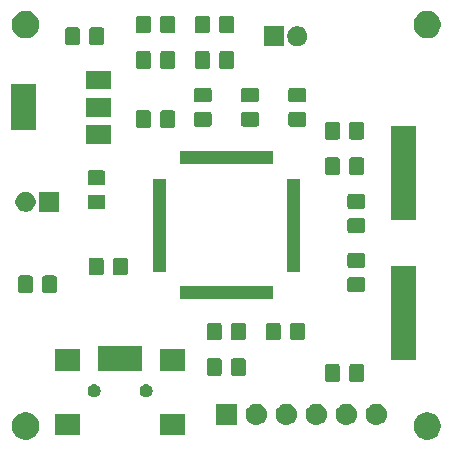
<source format=gbr>
G04 #@! TF.GenerationSoftware,KiCad,Pcbnew,(5.0.2)-1*
G04 #@! TF.CreationDate,2019-01-30T15:42:14+01:00*
G04 #@! TF.ProjectId,lab,6c61622e-6b69-4636-9164-5f7063625858,rev?*
G04 #@! TF.SameCoordinates,Original*
G04 #@! TF.FileFunction,Soldermask,Top*
G04 #@! TF.FilePolarity,Negative*
%FSLAX46Y46*%
G04 Gerber Fmt 4.6, Leading zero omitted, Abs format (unit mm)*
G04 Created by KiCad (PCBNEW (5.0.2)-1) date 30/01/2019 15:42:14*
%MOMM*%
%LPD*%
G01*
G04 APERTURE LIST*
%ADD10C,0.100000*%
G04 APERTURE END LIST*
D10*
G36*
X57335734Y-55893232D02*
X57545202Y-55979996D01*
X57733723Y-56105962D01*
X57894038Y-56266277D01*
X58020004Y-56454798D01*
X58106768Y-56664266D01*
X58151000Y-56886635D01*
X58151000Y-57113365D01*
X58106768Y-57335734D01*
X58020004Y-57545202D01*
X57894038Y-57733723D01*
X57733723Y-57894038D01*
X57545202Y-58020004D01*
X57335734Y-58106768D01*
X57113365Y-58151000D01*
X56886635Y-58151000D01*
X56664266Y-58106768D01*
X56454798Y-58020004D01*
X56266277Y-57894038D01*
X56105962Y-57733723D01*
X55979996Y-57545202D01*
X55893232Y-57335734D01*
X55849000Y-57113365D01*
X55849000Y-56886635D01*
X55893232Y-56664266D01*
X55979996Y-56454798D01*
X56105962Y-56266277D01*
X56266277Y-56105962D01*
X56454798Y-55979996D01*
X56664266Y-55893232D01*
X56886635Y-55849000D01*
X57113365Y-55849000D01*
X57335734Y-55893232D01*
X57335734Y-55893232D01*
G37*
G36*
X23335734Y-55893232D02*
X23545202Y-55979996D01*
X23733723Y-56105962D01*
X23894038Y-56266277D01*
X24020004Y-56454798D01*
X24106768Y-56664266D01*
X24151000Y-56886635D01*
X24151000Y-57113365D01*
X24106768Y-57335734D01*
X24020004Y-57545202D01*
X23894038Y-57733723D01*
X23733723Y-57894038D01*
X23545202Y-58020004D01*
X23335734Y-58106768D01*
X23113365Y-58151000D01*
X22886635Y-58151000D01*
X22664266Y-58106768D01*
X22454798Y-58020004D01*
X22266277Y-57894038D01*
X22105962Y-57733723D01*
X21979996Y-57545202D01*
X21893232Y-57335734D01*
X21849000Y-57113365D01*
X21849000Y-56886635D01*
X21893232Y-56664266D01*
X21979996Y-56454798D01*
X22105962Y-56266277D01*
X22266277Y-56105962D01*
X22454798Y-55979996D01*
X22664266Y-55893232D01*
X22886635Y-55849000D01*
X23113365Y-55849000D01*
X23335734Y-55893232D01*
X23335734Y-55893232D01*
G37*
G36*
X27601000Y-57751000D02*
X25499000Y-57751000D01*
X25499000Y-55949000D01*
X27601000Y-55949000D01*
X27601000Y-57751000D01*
X27601000Y-57751000D01*
G37*
G36*
X36501000Y-57751000D02*
X34399000Y-57751000D01*
X34399000Y-55949000D01*
X36501000Y-55949000D01*
X36501000Y-57751000D01*
X36501000Y-57751000D01*
G37*
G36*
X50270442Y-55105518D02*
X50336627Y-55112037D01*
X50449853Y-55146384D01*
X50506467Y-55163557D01*
X50645087Y-55237652D01*
X50662991Y-55247222D01*
X50698729Y-55276552D01*
X50800186Y-55359814D01*
X50883448Y-55461271D01*
X50912778Y-55497009D01*
X50912779Y-55497011D01*
X50996443Y-55653533D01*
X50996443Y-55653534D01*
X51047963Y-55823373D01*
X51065359Y-56000000D01*
X51047963Y-56176627D01*
X51020768Y-56266277D01*
X50996443Y-56346467D01*
X50938538Y-56454798D01*
X50912778Y-56502991D01*
X50883448Y-56538729D01*
X50800186Y-56640186D01*
X50698729Y-56723448D01*
X50662991Y-56752778D01*
X50662989Y-56752779D01*
X50506467Y-56836443D01*
X50449853Y-56853616D01*
X50336627Y-56887963D01*
X50270443Y-56894481D01*
X50204260Y-56901000D01*
X50115740Y-56901000D01*
X50049557Y-56894481D01*
X49983373Y-56887963D01*
X49870147Y-56853616D01*
X49813533Y-56836443D01*
X49657011Y-56752779D01*
X49657009Y-56752778D01*
X49621271Y-56723448D01*
X49519814Y-56640186D01*
X49436552Y-56538729D01*
X49407222Y-56502991D01*
X49381462Y-56454798D01*
X49323557Y-56346467D01*
X49299232Y-56266277D01*
X49272037Y-56176627D01*
X49254641Y-56000000D01*
X49272037Y-55823373D01*
X49323557Y-55653534D01*
X49323557Y-55653533D01*
X49407221Y-55497011D01*
X49407222Y-55497009D01*
X49436552Y-55461271D01*
X49519814Y-55359814D01*
X49621271Y-55276552D01*
X49657009Y-55247222D01*
X49674913Y-55237652D01*
X49813533Y-55163557D01*
X49870147Y-55146384D01*
X49983373Y-55112037D01*
X50049558Y-55105518D01*
X50115740Y-55099000D01*
X50204260Y-55099000D01*
X50270442Y-55105518D01*
X50270442Y-55105518D01*
G37*
G36*
X40901000Y-56901000D02*
X39099000Y-56901000D01*
X39099000Y-55099000D01*
X40901000Y-55099000D01*
X40901000Y-56901000D01*
X40901000Y-56901000D01*
G37*
G36*
X42650442Y-55105518D02*
X42716627Y-55112037D01*
X42829853Y-55146384D01*
X42886467Y-55163557D01*
X43025087Y-55237652D01*
X43042991Y-55247222D01*
X43078729Y-55276552D01*
X43180186Y-55359814D01*
X43263448Y-55461271D01*
X43292778Y-55497009D01*
X43292779Y-55497011D01*
X43376443Y-55653533D01*
X43376443Y-55653534D01*
X43427963Y-55823373D01*
X43445359Y-56000000D01*
X43427963Y-56176627D01*
X43400768Y-56266277D01*
X43376443Y-56346467D01*
X43318538Y-56454798D01*
X43292778Y-56502991D01*
X43263448Y-56538729D01*
X43180186Y-56640186D01*
X43078729Y-56723448D01*
X43042991Y-56752778D01*
X43042989Y-56752779D01*
X42886467Y-56836443D01*
X42829853Y-56853616D01*
X42716627Y-56887963D01*
X42650443Y-56894481D01*
X42584260Y-56901000D01*
X42495740Y-56901000D01*
X42429557Y-56894481D01*
X42363373Y-56887963D01*
X42250147Y-56853616D01*
X42193533Y-56836443D01*
X42037011Y-56752779D01*
X42037009Y-56752778D01*
X42001271Y-56723448D01*
X41899814Y-56640186D01*
X41816552Y-56538729D01*
X41787222Y-56502991D01*
X41761462Y-56454798D01*
X41703557Y-56346467D01*
X41679232Y-56266277D01*
X41652037Y-56176627D01*
X41634641Y-56000000D01*
X41652037Y-55823373D01*
X41703557Y-55653534D01*
X41703557Y-55653533D01*
X41787221Y-55497011D01*
X41787222Y-55497009D01*
X41816552Y-55461271D01*
X41899814Y-55359814D01*
X42001271Y-55276552D01*
X42037009Y-55247222D01*
X42054913Y-55237652D01*
X42193533Y-55163557D01*
X42250147Y-55146384D01*
X42363373Y-55112037D01*
X42429558Y-55105518D01*
X42495740Y-55099000D01*
X42584260Y-55099000D01*
X42650442Y-55105518D01*
X42650442Y-55105518D01*
G37*
G36*
X45190442Y-55105518D02*
X45256627Y-55112037D01*
X45369853Y-55146384D01*
X45426467Y-55163557D01*
X45565087Y-55237652D01*
X45582991Y-55247222D01*
X45618729Y-55276552D01*
X45720186Y-55359814D01*
X45803448Y-55461271D01*
X45832778Y-55497009D01*
X45832779Y-55497011D01*
X45916443Y-55653533D01*
X45916443Y-55653534D01*
X45967963Y-55823373D01*
X45985359Y-56000000D01*
X45967963Y-56176627D01*
X45940768Y-56266277D01*
X45916443Y-56346467D01*
X45858538Y-56454798D01*
X45832778Y-56502991D01*
X45803448Y-56538729D01*
X45720186Y-56640186D01*
X45618729Y-56723448D01*
X45582991Y-56752778D01*
X45582989Y-56752779D01*
X45426467Y-56836443D01*
X45369853Y-56853616D01*
X45256627Y-56887963D01*
X45190443Y-56894481D01*
X45124260Y-56901000D01*
X45035740Y-56901000D01*
X44969557Y-56894481D01*
X44903373Y-56887963D01*
X44790147Y-56853616D01*
X44733533Y-56836443D01*
X44577011Y-56752779D01*
X44577009Y-56752778D01*
X44541271Y-56723448D01*
X44439814Y-56640186D01*
X44356552Y-56538729D01*
X44327222Y-56502991D01*
X44301462Y-56454798D01*
X44243557Y-56346467D01*
X44219232Y-56266277D01*
X44192037Y-56176627D01*
X44174641Y-56000000D01*
X44192037Y-55823373D01*
X44243557Y-55653534D01*
X44243557Y-55653533D01*
X44327221Y-55497011D01*
X44327222Y-55497009D01*
X44356552Y-55461271D01*
X44439814Y-55359814D01*
X44541271Y-55276552D01*
X44577009Y-55247222D01*
X44594913Y-55237652D01*
X44733533Y-55163557D01*
X44790147Y-55146384D01*
X44903373Y-55112037D01*
X44969558Y-55105518D01*
X45035740Y-55099000D01*
X45124260Y-55099000D01*
X45190442Y-55105518D01*
X45190442Y-55105518D01*
G37*
G36*
X47730442Y-55105518D02*
X47796627Y-55112037D01*
X47909853Y-55146384D01*
X47966467Y-55163557D01*
X48105087Y-55237652D01*
X48122991Y-55247222D01*
X48158729Y-55276552D01*
X48260186Y-55359814D01*
X48343448Y-55461271D01*
X48372778Y-55497009D01*
X48372779Y-55497011D01*
X48456443Y-55653533D01*
X48456443Y-55653534D01*
X48507963Y-55823373D01*
X48525359Y-56000000D01*
X48507963Y-56176627D01*
X48480768Y-56266277D01*
X48456443Y-56346467D01*
X48398538Y-56454798D01*
X48372778Y-56502991D01*
X48343448Y-56538729D01*
X48260186Y-56640186D01*
X48158729Y-56723448D01*
X48122991Y-56752778D01*
X48122989Y-56752779D01*
X47966467Y-56836443D01*
X47909853Y-56853616D01*
X47796627Y-56887963D01*
X47730443Y-56894481D01*
X47664260Y-56901000D01*
X47575740Y-56901000D01*
X47509557Y-56894481D01*
X47443373Y-56887963D01*
X47330147Y-56853616D01*
X47273533Y-56836443D01*
X47117011Y-56752779D01*
X47117009Y-56752778D01*
X47081271Y-56723448D01*
X46979814Y-56640186D01*
X46896552Y-56538729D01*
X46867222Y-56502991D01*
X46841462Y-56454798D01*
X46783557Y-56346467D01*
X46759232Y-56266277D01*
X46732037Y-56176627D01*
X46714641Y-56000000D01*
X46732037Y-55823373D01*
X46783557Y-55653534D01*
X46783557Y-55653533D01*
X46867221Y-55497011D01*
X46867222Y-55497009D01*
X46896552Y-55461271D01*
X46979814Y-55359814D01*
X47081271Y-55276552D01*
X47117009Y-55247222D01*
X47134913Y-55237652D01*
X47273533Y-55163557D01*
X47330147Y-55146384D01*
X47443373Y-55112037D01*
X47509558Y-55105518D01*
X47575740Y-55099000D01*
X47664260Y-55099000D01*
X47730442Y-55105518D01*
X47730442Y-55105518D01*
G37*
G36*
X52810442Y-55105518D02*
X52876627Y-55112037D01*
X52989853Y-55146384D01*
X53046467Y-55163557D01*
X53185087Y-55237652D01*
X53202991Y-55247222D01*
X53238729Y-55276552D01*
X53340186Y-55359814D01*
X53423448Y-55461271D01*
X53452778Y-55497009D01*
X53452779Y-55497011D01*
X53536443Y-55653533D01*
X53536443Y-55653534D01*
X53587963Y-55823373D01*
X53605359Y-56000000D01*
X53587963Y-56176627D01*
X53560768Y-56266277D01*
X53536443Y-56346467D01*
X53478538Y-56454798D01*
X53452778Y-56502991D01*
X53423448Y-56538729D01*
X53340186Y-56640186D01*
X53238729Y-56723448D01*
X53202991Y-56752778D01*
X53202989Y-56752779D01*
X53046467Y-56836443D01*
X52989853Y-56853616D01*
X52876627Y-56887963D01*
X52810443Y-56894481D01*
X52744260Y-56901000D01*
X52655740Y-56901000D01*
X52589557Y-56894481D01*
X52523373Y-56887963D01*
X52410147Y-56853616D01*
X52353533Y-56836443D01*
X52197011Y-56752779D01*
X52197009Y-56752778D01*
X52161271Y-56723448D01*
X52059814Y-56640186D01*
X51976552Y-56538729D01*
X51947222Y-56502991D01*
X51921462Y-56454798D01*
X51863557Y-56346467D01*
X51839232Y-56266277D01*
X51812037Y-56176627D01*
X51794641Y-56000000D01*
X51812037Y-55823373D01*
X51863557Y-55653534D01*
X51863557Y-55653533D01*
X51947221Y-55497011D01*
X51947222Y-55497009D01*
X51976552Y-55461271D01*
X52059814Y-55359814D01*
X52161271Y-55276552D01*
X52197009Y-55247222D01*
X52214913Y-55237652D01*
X52353533Y-55163557D01*
X52410147Y-55146384D01*
X52523373Y-55112037D01*
X52589558Y-55105518D01*
X52655740Y-55099000D01*
X52744260Y-55099000D01*
X52810442Y-55105518D01*
X52810442Y-55105518D01*
G37*
G36*
X28960721Y-53470174D02*
X29060995Y-53511709D01*
X29151245Y-53572012D01*
X29227988Y-53648755D01*
X29288291Y-53739005D01*
X29329826Y-53839279D01*
X29351000Y-53945730D01*
X29351000Y-54054270D01*
X29329826Y-54160721D01*
X29288291Y-54260995D01*
X29227988Y-54351245D01*
X29151245Y-54427988D01*
X29060995Y-54488291D01*
X28960721Y-54529826D01*
X28854270Y-54551000D01*
X28745730Y-54551000D01*
X28639279Y-54529826D01*
X28539005Y-54488291D01*
X28448755Y-54427988D01*
X28372012Y-54351245D01*
X28311709Y-54260995D01*
X28270174Y-54160721D01*
X28249000Y-54054270D01*
X28249000Y-53945730D01*
X28270174Y-53839279D01*
X28311709Y-53739005D01*
X28372012Y-53648755D01*
X28448755Y-53572012D01*
X28539005Y-53511709D01*
X28639279Y-53470174D01*
X28745730Y-53449000D01*
X28854270Y-53449000D01*
X28960721Y-53470174D01*
X28960721Y-53470174D01*
G37*
G36*
X33360721Y-53470174D02*
X33460995Y-53511709D01*
X33551245Y-53572012D01*
X33627988Y-53648755D01*
X33688291Y-53739005D01*
X33729826Y-53839279D01*
X33751000Y-53945730D01*
X33751000Y-54054270D01*
X33729826Y-54160721D01*
X33688291Y-54260995D01*
X33627988Y-54351245D01*
X33551245Y-54427988D01*
X33460995Y-54488291D01*
X33360721Y-54529826D01*
X33254270Y-54551000D01*
X33145730Y-54551000D01*
X33039279Y-54529826D01*
X32939005Y-54488291D01*
X32848755Y-54427988D01*
X32772012Y-54351245D01*
X32711709Y-54260995D01*
X32670174Y-54160721D01*
X32649000Y-54054270D01*
X32649000Y-53945730D01*
X32670174Y-53839279D01*
X32711709Y-53739005D01*
X32772012Y-53648755D01*
X32848755Y-53572012D01*
X32939005Y-53511709D01*
X33039279Y-53470174D01*
X33145730Y-53449000D01*
X33254270Y-53449000D01*
X33360721Y-53470174D01*
X33360721Y-53470174D01*
G37*
G36*
X49438677Y-51753465D02*
X49476364Y-51764898D01*
X49511103Y-51783466D01*
X49541548Y-51808452D01*
X49566534Y-51838897D01*
X49585102Y-51873636D01*
X49596535Y-51911323D01*
X49601000Y-51956661D01*
X49601000Y-53043339D01*
X49596535Y-53088677D01*
X49585102Y-53126364D01*
X49566534Y-53161103D01*
X49541548Y-53191548D01*
X49511103Y-53216534D01*
X49476364Y-53235102D01*
X49438677Y-53246535D01*
X49393339Y-53251000D01*
X48556661Y-53251000D01*
X48511323Y-53246535D01*
X48473636Y-53235102D01*
X48438897Y-53216534D01*
X48408452Y-53191548D01*
X48383466Y-53161103D01*
X48364898Y-53126364D01*
X48353465Y-53088677D01*
X48349000Y-53043339D01*
X48349000Y-51956661D01*
X48353465Y-51911323D01*
X48364898Y-51873636D01*
X48383466Y-51838897D01*
X48408452Y-51808452D01*
X48438897Y-51783466D01*
X48473636Y-51764898D01*
X48511323Y-51753465D01*
X48556661Y-51749000D01*
X49393339Y-51749000D01*
X49438677Y-51753465D01*
X49438677Y-51753465D01*
G37*
G36*
X51488677Y-51753465D02*
X51526364Y-51764898D01*
X51561103Y-51783466D01*
X51591548Y-51808452D01*
X51616534Y-51838897D01*
X51635102Y-51873636D01*
X51646535Y-51911323D01*
X51651000Y-51956661D01*
X51651000Y-53043339D01*
X51646535Y-53088677D01*
X51635102Y-53126364D01*
X51616534Y-53161103D01*
X51591548Y-53191548D01*
X51561103Y-53216534D01*
X51526364Y-53235102D01*
X51488677Y-53246535D01*
X51443339Y-53251000D01*
X50606661Y-53251000D01*
X50561323Y-53246535D01*
X50523636Y-53235102D01*
X50488897Y-53216534D01*
X50458452Y-53191548D01*
X50433466Y-53161103D01*
X50414898Y-53126364D01*
X50403465Y-53088677D01*
X50399000Y-53043339D01*
X50399000Y-51956661D01*
X50403465Y-51911323D01*
X50414898Y-51873636D01*
X50433466Y-51838897D01*
X50458452Y-51808452D01*
X50488897Y-51783466D01*
X50523636Y-51764898D01*
X50561323Y-51753465D01*
X50606661Y-51749000D01*
X51443339Y-51749000D01*
X51488677Y-51753465D01*
X51488677Y-51753465D01*
G37*
G36*
X41488677Y-51253465D02*
X41526364Y-51264898D01*
X41561103Y-51283466D01*
X41591548Y-51308452D01*
X41616534Y-51338897D01*
X41635102Y-51373636D01*
X41646535Y-51411323D01*
X41651000Y-51456661D01*
X41651000Y-52543339D01*
X41646535Y-52588677D01*
X41635102Y-52626364D01*
X41616534Y-52661103D01*
X41591548Y-52691548D01*
X41561103Y-52716534D01*
X41526364Y-52735102D01*
X41488677Y-52746535D01*
X41443339Y-52751000D01*
X40606661Y-52751000D01*
X40561323Y-52746535D01*
X40523636Y-52735102D01*
X40488897Y-52716534D01*
X40458452Y-52691548D01*
X40433466Y-52661103D01*
X40414898Y-52626364D01*
X40403465Y-52588677D01*
X40399000Y-52543339D01*
X40399000Y-51456661D01*
X40403465Y-51411323D01*
X40414898Y-51373636D01*
X40433466Y-51338897D01*
X40458452Y-51308452D01*
X40488897Y-51283466D01*
X40523636Y-51264898D01*
X40561323Y-51253465D01*
X40606661Y-51249000D01*
X41443339Y-51249000D01*
X41488677Y-51253465D01*
X41488677Y-51253465D01*
G37*
G36*
X39438677Y-51253465D02*
X39476364Y-51264898D01*
X39511103Y-51283466D01*
X39541548Y-51308452D01*
X39566534Y-51338897D01*
X39585102Y-51373636D01*
X39596535Y-51411323D01*
X39601000Y-51456661D01*
X39601000Y-52543339D01*
X39596535Y-52588677D01*
X39585102Y-52626364D01*
X39566534Y-52661103D01*
X39541548Y-52691548D01*
X39511103Y-52716534D01*
X39476364Y-52735102D01*
X39438677Y-52746535D01*
X39393339Y-52751000D01*
X38556661Y-52751000D01*
X38511323Y-52746535D01*
X38473636Y-52735102D01*
X38438897Y-52716534D01*
X38408452Y-52691548D01*
X38383466Y-52661103D01*
X38364898Y-52626364D01*
X38353465Y-52588677D01*
X38349000Y-52543339D01*
X38349000Y-51456661D01*
X38353465Y-51411323D01*
X38364898Y-51373636D01*
X38383466Y-51338897D01*
X38408452Y-51308452D01*
X38438897Y-51283466D01*
X38473636Y-51264898D01*
X38511323Y-51253465D01*
X38556661Y-51249000D01*
X39393339Y-51249000D01*
X39438677Y-51253465D01*
X39438677Y-51253465D01*
G37*
G36*
X32901000Y-52351000D02*
X29099000Y-52351000D01*
X29099000Y-50249000D01*
X32901000Y-50249000D01*
X32901000Y-52351000D01*
X32901000Y-52351000D01*
G37*
G36*
X36501000Y-52301000D02*
X34399000Y-52301000D01*
X34399000Y-50499000D01*
X36501000Y-50499000D01*
X36501000Y-52301000D01*
X36501000Y-52301000D01*
G37*
G36*
X27601000Y-52301000D02*
X25499000Y-52301000D01*
X25499000Y-50499000D01*
X27601000Y-50499000D01*
X27601000Y-52301000D01*
X27601000Y-52301000D01*
G37*
G36*
X56051000Y-51426000D02*
X53949000Y-51426000D01*
X53949000Y-43449000D01*
X56051000Y-43449000D01*
X56051000Y-51426000D01*
X56051000Y-51426000D01*
G37*
G36*
X39438677Y-48253465D02*
X39476364Y-48264898D01*
X39511103Y-48283466D01*
X39541548Y-48308452D01*
X39566534Y-48338897D01*
X39585102Y-48373636D01*
X39596535Y-48411323D01*
X39601000Y-48456661D01*
X39601000Y-49543339D01*
X39596535Y-49588677D01*
X39585102Y-49626364D01*
X39566534Y-49661103D01*
X39541548Y-49691548D01*
X39511103Y-49716534D01*
X39476364Y-49735102D01*
X39438677Y-49746535D01*
X39393339Y-49751000D01*
X38556661Y-49751000D01*
X38511323Y-49746535D01*
X38473636Y-49735102D01*
X38438897Y-49716534D01*
X38408452Y-49691548D01*
X38383466Y-49661103D01*
X38364898Y-49626364D01*
X38353465Y-49588677D01*
X38349000Y-49543339D01*
X38349000Y-48456661D01*
X38353465Y-48411323D01*
X38364898Y-48373636D01*
X38383466Y-48338897D01*
X38408452Y-48308452D01*
X38438897Y-48283466D01*
X38473636Y-48264898D01*
X38511323Y-48253465D01*
X38556661Y-48249000D01*
X39393339Y-48249000D01*
X39438677Y-48253465D01*
X39438677Y-48253465D01*
G37*
G36*
X41488677Y-48253465D02*
X41526364Y-48264898D01*
X41561103Y-48283466D01*
X41591548Y-48308452D01*
X41616534Y-48338897D01*
X41635102Y-48373636D01*
X41646535Y-48411323D01*
X41651000Y-48456661D01*
X41651000Y-49543339D01*
X41646535Y-49588677D01*
X41635102Y-49626364D01*
X41616534Y-49661103D01*
X41591548Y-49691548D01*
X41561103Y-49716534D01*
X41526364Y-49735102D01*
X41488677Y-49746535D01*
X41443339Y-49751000D01*
X40606661Y-49751000D01*
X40561323Y-49746535D01*
X40523636Y-49735102D01*
X40488897Y-49716534D01*
X40458452Y-49691548D01*
X40433466Y-49661103D01*
X40414898Y-49626364D01*
X40403465Y-49588677D01*
X40399000Y-49543339D01*
X40399000Y-48456661D01*
X40403465Y-48411323D01*
X40414898Y-48373636D01*
X40433466Y-48338897D01*
X40458452Y-48308452D01*
X40488897Y-48283466D01*
X40523636Y-48264898D01*
X40561323Y-48253465D01*
X40606661Y-48249000D01*
X41443339Y-48249000D01*
X41488677Y-48253465D01*
X41488677Y-48253465D01*
G37*
G36*
X46488677Y-48253465D02*
X46526364Y-48264898D01*
X46561103Y-48283466D01*
X46591548Y-48308452D01*
X46616534Y-48338897D01*
X46635102Y-48373636D01*
X46646535Y-48411323D01*
X46651000Y-48456661D01*
X46651000Y-49543339D01*
X46646535Y-49588677D01*
X46635102Y-49626364D01*
X46616534Y-49661103D01*
X46591548Y-49691548D01*
X46561103Y-49716534D01*
X46526364Y-49735102D01*
X46488677Y-49746535D01*
X46443339Y-49751000D01*
X45606661Y-49751000D01*
X45561323Y-49746535D01*
X45523636Y-49735102D01*
X45488897Y-49716534D01*
X45458452Y-49691548D01*
X45433466Y-49661103D01*
X45414898Y-49626364D01*
X45403465Y-49588677D01*
X45399000Y-49543339D01*
X45399000Y-48456661D01*
X45403465Y-48411323D01*
X45414898Y-48373636D01*
X45433466Y-48338897D01*
X45458452Y-48308452D01*
X45488897Y-48283466D01*
X45523636Y-48264898D01*
X45561323Y-48253465D01*
X45606661Y-48249000D01*
X46443339Y-48249000D01*
X46488677Y-48253465D01*
X46488677Y-48253465D01*
G37*
G36*
X44438677Y-48253465D02*
X44476364Y-48264898D01*
X44511103Y-48283466D01*
X44541548Y-48308452D01*
X44566534Y-48338897D01*
X44585102Y-48373636D01*
X44596535Y-48411323D01*
X44601000Y-48456661D01*
X44601000Y-49543339D01*
X44596535Y-49588677D01*
X44585102Y-49626364D01*
X44566534Y-49661103D01*
X44541548Y-49691548D01*
X44511103Y-49716534D01*
X44476364Y-49735102D01*
X44438677Y-49746535D01*
X44393339Y-49751000D01*
X43556661Y-49751000D01*
X43511323Y-49746535D01*
X43473636Y-49735102D01*
X43438897Y-49716534D01*
X43408452Y-49691548D01*
X43383466Y-49661103D01*
X43364898Y-49626364D01*
X43353465Y-49588677D01*
X43349000Y-49543339D01*
X43349000Y-48456661D01*
X43353465Y-48411323D01*
X43364898Y-48373636D01*
X43383466Y-48338897D01*
X43408452Y-48308452D01*
X43438897Y-48283466D01*
X43473636Y-48264898D01*
X43511323Y-48253465D01*
X43556661Y-48249000D01*
X44393339Y-48249000D01*
X44438677Y-48253465D01*
X44438677Y-48253465D01*
G37*
G36*
X43926000Y-46251000D02*
X36074000Y-46251000D01*
X36074000Y-45149000D01*
X43926000Y-45149000D01*
X43926000Y-46251000D01*
X43926000Y-46251000D01*
G37*
G36*
X25488677Y-44253465D02*
X25526364Y-44264898D01*
X25561103Y-44283466D01*
X25591548Y-44308452D01*
X25616534Y-44338897D01*
X25635102Y-44373636D01*
X25646535Y-44411323D01*
X25651000Y-44456661D01*
X25651000Y-45543339D01*
X25646535Y-45588677D01*
X25635102Y-45626364D01*
X25616534Y-45661103D01*
X25591548Y-45691548D01*
X25561103Y-45716534D01*
X25526364Y-45735102D01*
X25488677Y-45746535D01*
X25443339Y-45751000D01*
X24606661Y-45751000D01*
X24561323Y-45746535D01*
X24523636Y-45735102D01*
X24488897Y-45716534D01*
X24458452Y-45691548D01*
X24433466Y-45661103D01*
X24414898Y-45626364D01*
X24403465Y-45588677D01*
X24399000Y-45543339D01*
X24399000Y-44456661D01*
X24403465Y-44411323D01*
X24414898Y-44373636D01*
X24433466Y-44338897D01*
X24458452Y-44308452D01*
X24488897Y-44283466D01*
X24523636Y-44264898D01*
X24561323Y-44253465D01*
X24606661Y-44249000D01*
X25443339Y-44249000D01*
X25488677Y-44253465D01*
X25488677Y-44253465D01*
G37*
G36*
X23438677Y-44253465D02*
X23476364Y-44264898D01*
X23511103Y-44283466D01*
X23541548Y-44308452D01*
X23566534Y-44338897D01*
X23585102Y-44373636D01*
X23596535Y-44411323D01*
X23601000Y-44456661D01*
X23601000Y-45543339D01*
X23596535Y-45588677D01*
X23585102Y-45626364D01*
X23566534Y-45661103D01*
X23541548Y-45691548D01*
X23511103Y-45716534D01*
X23476364Y-45735102D01*
X23438677Y-45746535D01*
X23393339Y-45751000D01*
X22556661Y-45751000D01*
X22511323Y-45746535D01*
X22473636Y-45735102D01*
X22438897Y-45716534D01*
X22408452Y-45691548D01*
X22383466Y-45661103D01*
X22364898Y-45626364D01*
X22353465Y-45588677D01*
X22349000Y-45543339D01*
X22349000Y-44456661D01*
X22353465Y-44411323D01*
X22364898Y-44373636D01*
X22383466Y-44338897D01*
X22408452Y-44308452D01*
X22438897Y-44283466D01*
X22473636Y-44264898D01*
X22511323Y-44253465D01*
X22556661Y-44249000D01*
X23393339Y-44249000D01*
X23438677Y-44253465D01*
X23438677Y-44253465D01*
G37*
G36*
X51588677Y-44403465D02*
X51626364Y-44414898D01*
X51661103Y-44433466D01*
X51691548Y-44458452D01*
X51716534Y-44488897D01*
X51735102Y-44523636D01*
X51746535Y-44561323D01*
X51751000Y-44606661D01*
X51751000Y-45443339D01*
X51746535Y-45488677D01*
X51735102Y-45526364D01*
X51716534Y-45561103D01*
X51691548Y-45591548D01*
X51661103Y-45616534D01*
X51626364Y-45635102D01*
X51588677Y-45646535D01*
X51543339Y-45651000D01*
X50456661Y-45651000D01*
X50411323Y-45646535D01*
X50373636Y-45635102D01*
X50338897Y-45616534D01*
X50308452Y-45591548D01*
X50283466Y-45561103D01*
X50264898Y-45526364D01*
X50253465Y-45488677D01*
X50249000Y-45443339D01*
X50249000Y-44606661D01*
X50253465Y-44561323D01*
X50264898Y-44523636D01*
X50283466Y-44488897D01*
X50308452Y-44458452D01*
X50338897Y-44433466D01*
X50373636Y-44414898D01*
X50411323Y-44403465D01*
X50456661Y-44399000D01*
X51543339Y-44399000D01*
X51588677Y-44403465D01*
X51588677Y-44403465D01*
G37*
G36*
X31488677Y-42753465D02*
X31526364Y-42764898D01*
X31561103Y-42783466D01*
X31591548Y-42808452D01*
X31616534Y-42838897D01*
X31635102Y-42873636D01*
X31646535Y-42911323D01*
X31651000Y-42956661D01*
X31651000Y-44043339D01*
X31646535Y-44088677D01*
X31635102Y-44126364D01*
X31616534Y-44161103D01*
X31591548Y-44191548D01*
X31561103Y-44216534D01*
X31526364Y-44235102D01*
X31488677Y-44246535D01*
X31443339Y-44251000D01*
X30606661Y-44251000D01*
X30561323Y-44246535D01*
X30523636Y-44235102D01*
X30488897Y-44216534D01*
X30458452Y-44191548D01*
X30433466Y-44161103D01*
X30414898Y-44126364D01*
X30403465Y-44088677D01*
X30399000Y-44043339D01*
X30399000Y-42956661D01*
X30403465Y-42911323D01*
X30414898Y-42873636D01*
X30433466Y-42838897D01*
X30458452Y-42808452D01*
X30488897Y-42783466D01*
X30523636Y-42764898D01*
X30561323Y-42753465D01*
X30606661Y-42749000D01*
X31443339Y-42749000D01*
X31488677Y-42753465D01*
X31488677Y-42753465D01*
G37*
G36*
X29438677Y-42753465D02*
X29476364Y-42764898D01*
X29511103Y-42783466D01*
X29541548Y-42808452D01*
X29566534Y-42838897D01*
X29585102Y-42873636D01*
X29596535Y-42911323D01*
X29601000Y-42956661D01*
X29601000Y-44043339D01*
X29596535Y-44088677D01*
X29585102Y-44126364D01*
X29566534Y-44161103D01*
X29541548Y-44191548D01*
X29511103Y-44216534D01*
X29476364Y-44235102D01*
X29438677Y-44246535D01*
X29393339Y-44251000D01*
X28556661Y-44251000D01*
X28511323Y-44246535D01*
X28473636Y-44235102D01*
X28438897Y-44216534D01*
X28408452Y-44191548D01*
X28383466Y-44161103D01*
X28364898Y-44126364D01*
X28353465Y-44088677D01*
X28349000Y-44043339D01*
X28349000Y-42956661D01*
X28353465Y-42911323D01*
X28364898Y-42873636D01*
X28383466Y-42838897D01*
X28408452Y-42808452D01*
X28438897Y-42783466D01*
X28473636Y-42764898D01*
X28511323Y-42753465D01*
X28556661Y-42749000D01*
X29393339Y-42749000D01*
X29438677Y-42753465D01*
X29438677Y-42753465D01*
G37*
G36*
X46251000Y-43926000D02*
X45149000Y-43926000D01*
X45149000Y-36074000D01*
X46251000Y-36074000D01*
X46251000Y-43926000D01*
X46251000Y-43926000D01*
G37*
G36*
X34851000Y-43926000D02*
X33749000Y-43926000D01*
X33749000Y-36074000D01*
X34851000Y-36074000D01*
X34851000Y-43926000D01*
X34851000Y-43926000D01*
G37*
G36*
X51588677Y-42353465D02*
X51626364Y-42364898D01*
X51661103Y-42383466D01*
X51691548Y-42408452D01*
X51716534Y-42438897D01*
X51735102Y-42473636D01*
X51746535Y-42511323D01*
X51751000Y-42556661D01*
X51751000Y-43393339D01*
X51746535Y-43438677D01*
X51735102Y-43476364D01*
X51716534Y-43511103D01*
X51691548Y-43541548D01*
X51661103Y-43566534D01*
X51626364Y-43585102D01*
X51588677Y-43596535D01*
X51543339Y-43601000D01*
X50456661Y-43601000D01*
X50411323Y-43596535D01*
X50373636Y-43585102D01*
X50338897Y-43566534D01*
X50308452Y-43541548D01*
X50283466Y-43511103D01*
X50264898Y-43476364D01*
X50253465Y-43438677D01*
X50249000Y-43393339D01*
X50249000Y-42556661D01*
X50253465Y-42511323D01*
X50264898Y-42473636D01*
X50283466Y-42438897D01*
X50308452Y-42408452D01*
X50338897Y-42383466D01*
X50373636Y-42364898D01*
X50411323Y-42353465D01*
X50456661Y-42349000D01*
X51543339Y-42349000D01*
X51588677Y-42353465D01*
X51588677Y-42353465D01*
G37*
G36*
X51588677Y-39403465D02*
X51626364Y-39414898D01*
X51661103Y-39433466D01*
X51691548Y-39458452D01*
X51716534Y-39488897D01*
X51735102Y-39523636D01*
X51746535Y-39561323D01*
X51751000Y-39606661D01*
X51751000Y-40443339D01*
X51746535Y-40488677D01*
X51735102Y-40526364D01*
X51716534Y-40561103D01*
X51691548Y-40591548D01*
X51661103Y-40616534D01*
X51626364Y-40635102D01*
X51588677Y-40646535D01*
X51543339Y-40651000D01*
X50456661Y-40651000D01*
X50411323Y-40646535D01*
X50373636Y-40635102D01*
X50338897Y-40616534D01*
X50308452Y-40591548D01*
X50283466Y-40561103D01*
X50264898Y-40526364D01*
X50253465Y-40488677D01*
X50249000Y-40443339D01*
X50249000Y-39606661D01*
X50253465Y-39561323D01*
X50264898Y-39523636D01*
X50283466Y-39488897D01*
X50308452Y-39458452D01*
X50338897Y-39433466D01*
X50373636Y-39414898D01*
X50411323Y-39403465D01*
X50456661Y-39399000D01*
X51543339Y-39399000D01*
X51588677Y-39403465D01*
X51588677Y-39403465D01*
G37*
G36*
X56051000Y-39551000D02*
X53949000Y-39551000D01*
X53949000Y-31574000D01*
X56051000Y-31574000D01*
X56051000Y-39551000D01*
X56051000Y-39551000D01*
G37*
G36*
X23248228Y-37181703D02*
X23403100Y-37245853D01*
X23542481Y-37338985D01*
X23661015Y-37457519D01*
X23754147Y-37596900D01*
X23818297Y-37751772D01*
X23851000Y-37916184D01*
X23851000Y-38083816D01*
X23818297Y-38248228D01*
X23754147Y-38403100D01*
X23661015Y-38542481D01*
X23542481Y-38661015D01*
X23403100Y-38754147D01*
X23248228Y-38818297D01*
X23083816Y-38851000D01*
X22916184Y-38851000D01*
X22751772Y-38818297D01*
X22596900Y-38754147D01*
X22457519Y-38661015D01*
X22338985Y-38542481D01*
X22245853Y-38403100D01*
X22181703Y-38248228D01*
X22149000Y-38083816D01*
X22149000Y-37916184D01*
X22181703Y-37751772D01*
X22245853Y-37596900D01*
X22338985Y-37457519D01*
X22457519Y-37338985D01*
X22596900Y-37245853D01*
X22751772Y-37181703D01*
X22916184Y-37149000D01*
X23083816Y-37149000D01*
X23248228Y-37181703D01*
X23248228Y-37181703D01*
G37*
G36*
X25851000Y-38851000D02*
X24149000Y-38851000D01*
X24149000Y-37149000D01*
X25851000Y-37149000D01*
X25851000Y-38851000D01*
X25851000Y-38851000D01*
G37*
G36*
X29588677Y-37403465D02*
X29626364Y-37414898D01*
X29661103Y-37433466D01*
X29691548Y-37458452D01*
X29716534Y-37488897D01*
X29735102Y-37523636D01*
X29746535Y-37561323D01*
X29751000Y-37606661D01*
X29751000Y-38443339D01*
X29746535Y-38488677D01*
X29735102Y-38526364D01*
X29716534Y-38561103D01*
X29691548Y-38591548D01*
X29661103Y-38616534D01*
X29626364Y-38635102D01*
X29588677Y-38646535D01*
X29543339Y-38651000D01*
X28456661Y-38651000D01*
X28411323Y-38646535D01*
X28373636Y-38635102D01*
X28338897Y-38616534D01*
X28308452Y-38591548D01*
X28283466Y-38561103D01*
X28264898Y-38526364D01*
X28253465Y-38488677D01*
X28249000Y-38443339D01*
X28249000Y-37606661D01*
X28253465Y-37561323D01*
X28264898Y-37523636D01*
X28283466Y-37488897D01*
X28308452Y-37458452D01*
X28338897Y-37433466D01*
X28373636Y-37414898D01*
X28411323Y-37403465D01*
X28456661Y-37399000D01*
X29543339Y-37399000D01*
X29588677Y-37403465D01*
X29588677Y-37403465D01*
G37*
G36*
X51588677Y-37353465D02*
X51626364Y-37364898D01*
X51661103Y-37383466D01*
X51691548Y-37408452D01*
X51716534Y-37438897D01*
X51735102Y-37473636D01*
X51746535Y-37511323D01*
X51751000Y-37556661D01*
X51751000Y-38393339D01*
X51746535Y-38438677D01*
X51735102Y-38476364D01*
X51716534Y-38511103D01*
X51691548Y-38541548D01*
X51661103Y-38566534D01*
X51626364Y-38585102D01*
X51588677Y-38596535D01*
X51543339Y-38601000D01*
X50456661Y-38601000D01*
X50411323Y-38596535D01*
X50373636Y-38585102D01*
X50338897Y-38566534D01*
X50308452Y-38541548D01*
X50283466Y-38511103D01*
X50264898Y-38476364D01*
X50253465Y-38438677D01*
X50249000Y-38393339D01*
X50249000Y-37556661D01*
X50253465Y-37511323D01*
X50264898Y-37473636D01*
X50283466Y-37438897D01*
X50308452Y-37408452D01*
X50338897Y-37383466D01*
X50373636Y-37364898D01*
X50411323Y-37353465D01*
X50456661Y-37349000D01*
X51543339Y-37349000D01*
X51588677Y-37353465D01*
X51588677Y-37353465D01*
G37*
G36*
X29588677Y-35353465D02*
X29626364Y-35364898D01*
X29661103Y-35383466D01*
X29691548Y-35408452D01*
X29716534Y-35438897D01*
X29735102Y-35473636D01*
X29746535Y-35511323D01*
X29751000Y-35556661D01*
X29751000Y-36393339D01*
X29746535Y-36438677D01*
X29735102Y-36476364D01*
X29716534Y-36511103D01*
X29691548Y-36541548D01*
X29661103Y-36566534D01*
X29626364Y-36585102D01*
X29588677Y-36596535D01*
X29543339Y-36601000D01*
X28456661Y-36601000D01*
X28411323Y-36596535D01*
X28373636Y-36585102D01*
X28338897Y-36566534D01*
X28308452Y-36541548D01*
X28283466Y-36511103D01*
X28264898Y-36476364D01*
X28253465Y-36438677D01*
X28249000Y-36393339D01*
X28249000Y-35556661D01*
X28253465Y-35511323D01*
X28264898Y-35473636D01*
X28283466Y-35438897D01*
X28308452Y-35408452D01*
X28338897Y-35383466D01*
X28373636Y-35364898D01*
X28411323Y-35353465D01*
X28456661Y-35349000D01*
X29543339Y-35349000D01*
X29588677Y-35353465D01*
X29588677Y-35353465D01*
G37*
G36*
X49438677Y-34253465D02*
X49476364Y-34264898D01*
X49511103Y-34283466D01*
X49541548Y-34308452D01*
X49566534Y-34338897D01*
X49585102Y-34373636D01*
X49596535Y-34411323D01*
X49601000Y-34456661D01*
X49601000Y-35543339D01*
X49596535Y-35588677D01*
X49585102Y-35626364D01*
X49566534Y-35661103D01*
X49541548Y-35691548D01*
X49511103Y-35716534D01*
X49476364Y-35735102D01*
X49438677Y-35746535D01*
X49393339Y-35751000D01*
X48556661Y-35751000D01*
X48511323Y-35746535D01*
X48473636Y-35735102D01*
X48438897Y-35716534D01*
X48408452Y-35691548D01*
X48383466Y-35661103D01*
X48364898Y-35626364D01*
X48353465Y-35588677D01*
X48349000Y-35543339D01*
X48349000Y-34456661D01*
X48353465Y-34411323D01*
X48364898Y-34373636D01*
X48383466Y-34338897D01*
X48408452Y-34308452D01*
X48438897Y-34283466D01*
X48473636Y-34264898D01*
X48511323Y-34253465D01*
X48556661Y-34249000D01*
X49393339Y-34249000D01*
X49438677Y-34253465D01*
X49438677Y-34253465D01*
G37*
G36*
X51488677Y-34253465D02*
X51526364Y-34264898D01*
X51561103Y-34283466D01*
X51591548Y-34308452D01*
X51616534Y-34338897D01*
X51635102Y-34373636D01*
X51646535Y-34411323D01*
X51651000Y-34456661D01*
X51651000Y-35543339D01*
X51646535Y-35588677D01*
X51635102Y-35626364D01*
X51616534Y-35661103D01*
X51591548Y-35691548D01*
X51561103Y-35716534D01*
X51526364Y-35735102D01*
X51488677Y-35746535D01*
X51443339Y-35751000D01*
X50606661Y-35751000D01*
X50561323Y-35746535D01*
X50523636Y-35735102D01*
X50488897Y-35716534D01*
X50458452Y-35691548D01*
X50433466Y-35661103D01*
X50414898Y-35626364D01*
X50403465Y-35588677D01*
X50399000Y-35543339D01*
X50399000Y-34456661D01*
X50403465Y-34411323D01*
X50414898Y-34373636D01*
X50433466Y-34338897D01*
X50458452Y-34308452D01*
X50488897Y-34283466D01*
X50523636Y-34264898D01*
X50561323Y-34253465D01*
X50606661Y-34249000D01*
X51443339Y-34249000D01*
X51488677Y-34253465D01*
X51488677Y-34253465D01*
G37*
G36*
X43926000Y-34851000D02*
X36074000Y-34851000D01*
X36074000Y-33749000D01*
X43926000Y-33749000D01*
X43926000Y-34851000D01*
X43926000Y-34851000D01*
G37*
G36*
X30201000Y-33101000D02*
X28099000Y-33101000D01*
X28099000Y-31499000D01*
X30201000Y-31499000D01*
X30201000Y-33101000D01*
X30201000Y-33101000D01*
G37*
G36*
X49438677Y-31253465D02*
X49476364Y-31264898D01*
X49511103Y-31283466D01*
X49541548Y-31308452D01*
X49566534Y-31338897D01*
X49585102Y-31373636D01*
X49596535Y-31411323D01*
X49601000Y-31456661D01*
X49601000Y-32543339D01*
X49596535Y-32588677D01*
X49585102Y-32626364D01*
X49566534Y-32661103D01*
X49541548Y-32691548D01*
X49511103Y-32716534D01*
X49476364Y-32735102D01*
X49438677Y-32746535D01*
X49393339Y-32751000D01*
X48556661Y-32751000D01*
X48511323Y-32746535D01*
X48473636Y-32735102D01*
X48438897Y-32716534D01*
X48408452Y-32691548D01*
X48383466Y-32661103D01*
X48364898Y-32626364D01*
X48353465Y-32588677D01*
X48349000Y-32543339D01*
X48349000Y-31456661D01*
X48353465Y-31411323D01*
X48364898Y-31373636D01*
X48383466Y-31338897D01*
X48408452Y-31308452D01*
X48438897Y-31283466D01*
X48473636Y-31264898D01*
X48511323Y-31253465D01*
X48556661Y-31249000D01*
X49393339Y-31249000D01*
X49438677Y-31253465D01*
X49438677Y-31253465D01*
G37*
G36*
X51488677Y-31253465D02*
X51526364Y-31264898D01*
X51561103Y-31283466D01*
X51591548Y-31308452D01*
X51616534Y-31338897D01*
X51635102Y-31373636D01*
X51646535Y-31411323D01*
X51651000Y-31456661D01*
X51651000Y-32543339D01*
X51646535Y-32588677D01*
X51635102Y-32626364D01*
X51616534Y-32661103D01*
X51591548Y-32691548D01*
X51561103Y-32716534D01*
X51526364Y-32735102D01*
X51488677Y-32746535D01*
X51443339Y-32751000D01*
X50606661Y-32751000D01*
X50561323Y-32746535D01*
X50523636Y-32735102D01*
X50488897Y-32716534D01*
X50458452Y-32691548D01*
X50433466Y-32661103D01*
X50414898Y-32626364D01*
X50403465Y-32588677D01*
X50399000Y-32543339D01*
X50399000Y-31456661D01*
X50403465Y-31411323D01*
X50414898Y-31373636D01*
X50433466Y-31338897D01*
X50458452Y-31308452D01*
X50488897Y-31283466D01*
X50523636Y-31264898D01*
X50561323Y-31253465D01*
X50606661Y-31249000D01*
X51443339Y-31249000D01*
X51488677Y-31253465D01*
X51488677Y-31253465D01*
G37*
G36*
X23901000Y-31951000D02*
X21799000Y-31951000D01*
X21799000Y-28049000D01*
X23901000Y-28049000D01*
X23901000Y-31951000D01*
X23901000Y-31951000D01*
G37*
G36*
X35488677Y-30253465D02*
X35526364Y-30264898D01*
X35561103Y-30283466D01*
X35591548Y-30308452D01*
X35616534Y-30338897D01*
X35635102Y-30373636D01*
X35646535Y-30411323D01*
X35651000Y-30456661D01*
X35651000Y-31543339D01*
X35646535Y-31588677D01*
X35635102Y-31626364D01*
X35616534Y-31661103D01*
X35591548Y-31691548D01*
X35561103Y-31716534D01*
X35526364Y-31735102D01*
X35488677Y-31746535D01*
X35443339Y-31751000D01*
X34606661Y-31751000D01*
X34561323Y-31746535D01*
X34523636Y-31735102D01*
X34488897Y-31716534D01*
X34458452Y-31691548D01*
X34433466Y-31661103D01*
X34414898Y-31626364D01*
X34403465Y-31588677D01*
X34399000Y-31543339D01*
X34399000Y-30456661D01*
X34403465Y-30411323D01*
X34414898Y-30373636D01*
X34433466Y-30338897D01*
X34458452Y-30308452D01*
X34488897Y-30283466D01*
X34523636Y-30264898D01*
X34561323Y-30253465D01*
X34606661Y-30249000D01*
X35443339Y-30249000D01*
X35488677Y-30253465D01*
X35488677Y-30253465D01*
G37*
G36*
X33438677Y-30253465D02*
X33476364Y-30264898D01*
X33511103Y-30283466D01*
X33541548Y-30308452D01*
X33566534Y-30338897D01*
X33585102Y-30373636D01*
X33596535Y-30411323D01*
X33601000Y-30456661D01*
X33601000Y-31543339D01*
X33596535Y-31588677D01*
X33585102Y-31626364D01*
X33566534Y-31661103D01*
X33541548Y-31691548D01*
X33511103Y-31716534D01*
X33476364Y-31735102D01*
X33438677Y-31746535D01*
X33393339Y-31751000D01*
X32556661Y-31751000D01*
X32511323Y-31746535D01*
X32473636Y-31735102D01*
X32438897Y-31716534D01*
X32408452Y-31691548D01*
X32383466Y-31661103D01*
X32364898Y-31626364D01*
X32353465Y-31588677D01*
X32349000Y-31543339D01*
X32349000Y-30456661D01*
X32353465Y-30411323D01*
X32364898Y-30373636D01*
X32383466Y-30338897D01*
X32408452Y-30308452D01*
X32438897Y-30283466D01*
X32473636Y-30264898D01*
X32511323Y-30253465D01*
X32556661Y-30249000D01*
X33393339Y-30249000D01*
X33438677Y-30253465D01*
X33438677Y-30253465D01*
G37*
G36*
X38588677Y-30403465D02*
X38626364Y-30414898D01*
X38661103Y-30433466D01*
X38691548Y-30458452D01*
X38716534Y-30488897D01*
X38735102Y-30523636D01*
X38746535Y-30561323D01*
X38751000Y-30606661D01*
X38751000Y-31443339D01*
X38746535Y-31488677D01*
X38735102Y-31526364D01*
X38716534Y-31561103D01*
X38691548Y-31591548D01*
X38661103Y-31616534D01*
X38626364Y-31635102D01*
X38588677Y-31646535D01*
X38543339Y-31651000D01*
X37456661Y-31651000D01*
X37411323Y-31646535D01*
X37373636Y-31635102D01*
X37338897Y-31616534D01*
X37308452Y-31591548D01*
X37283466Y-31561103D01*
X37264898Y-31526364D01*
X37253465Y-31488677D01*
X37249000Y-31443339D01*
X37249000Y-30606661D01*
X37253465Y-30561323D01*
X37264898Y-30523636D01*
X37283466Y-30488897D01*
X37308452Y-30458452D01*
X37338897Y-30433466D01*
X37373636Y-30414898D01*
X37411323Y-30403465D01*
X37456661Y-30399000D01*
X38543339Y-30399000D01*
X38588677Y-30403465D01*
X38588677Y-30403465D01*
G37*
G36*
X46588677Y-30403465D02*
X46626364Y-30414898D01*
X46661103Y-30433466D01*
X46691548Y-30458452D01*
X46716534Y-30488897D01*
X46735102Y-30523636D01*
X46746535Y-30561323D01*
X46751000Y-30606661D01*
X46751000Y-31443339D01*
X46746535Y-31488677D01*
X46735102Y-31526364D01*
X46716534Y-31561103D01*
X46691548Y-31591548D01*
X46661103Y-31616534D01*
X46626364Y-31635102D01*
X46588677Y-31646535D01*
X46543339Y-31651000D01*
X45456661Y-31651000D01*
X45411323Y-31646535D01*
X45373636Y-31635102D01*
X45338897Y-31616534D01*
X45308452Y-31591548D01*
X45283466Y-31561103D01*
X45264898Y-31526364D01*
X45253465Y-31488677D01*
X45249000Y-31443339D01*
X45249000Y-30606661D01*
X45253465Y-30561323D01*
X45264898Y-30523636D01*
X45283466Y-30488897D01*
X45308452Y-30458452D01*
X45338897Y-30433466D01*
X45373636Y-30414898D01*
X45411323Y-30403465D01*
X45456661Y-30399000D01*
X46543339Y-30399000D01*
X46588677Y-30403465D01*
X46588677Y-30403465D01*
G37*
G36*
X42588677Y-30403465D02*
X42626364Y-30414898D01*
X42661103Y-30433466D01*
X42691548Y-30458452D01*
X42716534Y-30488897D01*
X42735102Y-30523636D01*
X42746535Y-30561323D01*
X42751000Y-30606661D01*
X42751000Y-31443339D01*
X42746535Y-31488677D01*
X42735102Y-31526364D01*
X42716534Y-31561103D01*
X42691548Y-31591548D01*
X42661103Y-31616534D01*
X42626364Y-31635102D01*
X42588677Y-31646535D01*
X42543339Y-31651000D01*
X41456661Y-31651000D01*
X41411323Y-31646535D01*
X41373636Y-31635102D01*
X41338897Y-31616534D01*
X41308452Y-31591548D01*
X41283466Y-31561103D01*
X41264898Y-31526364D01*
X41253465Y-31488677D01*
X41249000Y-31443339D01*
X41249000Y-30606661D01*
X41253465Y-30561323D01*
X41264898Y-30523636D01*
X41283466Y-30488897D01*
X41308452Y-30458452D01*
X41338897Y-30433466D01*
X41373636Y-30414898D01*
X41411323Y-30403465D01*
X41456661Y-30399000D01*
X42543339Y-30399000D01*
X42588677Y-30403465D01*
X42588677Y-30403465D01*
G37*
G36*
X30201000Y-30801000D02*
X28099000Y-30801000D01*
X28099000Y-29199000D01*
X30201000Y-29199000D01*
X30201000Y-30801000D01*
X30201000Y-30801000D01*
G37*
G36*
X46588677Y-28353465D02*
X46626364Y-28364898D01*
X46661103Y-28383466D01*
X46691548Y-28408452D01*
X46716534Y-28438897D01*
X46735102Y-28473636D01*
X46746535Y-28511323D01*
X46751000Y-28556661D01*
X46751000Y-29393339D01*
X46746535Y-29438677D01*
X46735102Y-29476364D01*
X46716534Y-29511103D01*
X46691548Y-29541548D01*
X46661103Y-29566534D01*
X46626364Y-29585102D01*
X46588677Y-29596535D01*
X46543339Y-29601000D01*
X45456661Y-29601000D01*
X45411323Y-29596535D01*
X45373636Y-29585102D01*
X45338897Y-29566534D01*
X45308452Y-29541548D01*
X45283466Y-29511103D01*
X45264898Y-29476364D01*
X45253465Y-29438677D01*
X45249000Y-29393339D01*
X45249000Y-28556661D01*
X45253465Y-28511323D01*
X45264898Y-28473636D01*
X45283466Y-28438897D01*
X45308452Y-28408452D01*
X45338897Y-28383466D01*
X45373636Y-28364898D01*
X45411323Y-28353465D01*
X45456661Y-28349000D01*
X46543339Y-28349000D01*
X46588677Y-28353465D01*
X46588677Y-28353465D01*
G37*
G36*
X38588677Y-28353465D02*
X38626364Y-28364898D01*
X38661103Y-28383466D01*
X38691548Y-28408452D01*
X38716534Y-28438897D01*
X38735102Y-28473636D01*
X38746535Y-28511323D01*
X38751000Y-28556661D01*
X38751000Y-29393339D01*
X38746535Y-29438677D01*
X38735102Y-29476364D01*
X38716534Y-29511103D01*
X38691548Y-29541548D01*
X38661103Y-29566534D01*
X38626364Y-29585102D01*
X38588677Y-29596535D01*
X38543339Y-29601000D01*
X37456661Y-29601000D01*
X37411323Y-29596535D01*
X37373636Y-29585102D01*
X37338897Y-29566534D01*
X37308452Y-29541548D01*
X37283466Y-29511103D01*
X37264898Y-29476364D01*
X37253465Y-29438677D01*
X37249000Y-29393339D01*
X37249000Y-28556661D01*
X37253465Y-28511323D01*
X37264898Y-28473636D01*
X37283466Y-28438897D01*
X37308452Y-28408452D01*
X37338897Y-28383466D01*
X37373636Y-28364898D01*
X37411323Y-28353465D01*
X37456661Y-28349000D01*
X38543339Y-28349000D01*
X38588677Y-28353465D01*
X38588677Y-28353465D01*
G37*
G36*
X42588677Y-28353465D02*
X42626364Y-28364898D01*
X42661103Y-28383466D01*
X42691548Y-28408452D01*
X42716534Y-28438897D01*
X42735102Y-28473636D01*
X42746535Y-28511323D01*
X42751000Y-28556661D01*
X42751000Y-29393339D01*
X42746535Y-29438677D01*
X42735102Y-29476364D01*
X42716534Y-29511103D01*
X42691548Y-29541548D01*
X42661103Y-29566534D01*
X42626364Y-29585102D01*
X42588677Y-29596535D01*
X42543339Y-29601000D01*
X41456661Y-29601000D01*
X41411323Y-29596535D01*
X41373636Y-29585102D01*
X41338897Y-29566534D01*
X41308452Y-29541548D01*
X41283466Y-29511103D01*
X41264898Y-29476364D01*
X41253465Y-29438677D01*
X41249000Y-29393339D01*
X41249000Y-28556661D01*
X41253465Y-28511323D01*
X41264898Y-28473636D01*
X41283466Y-28438897D01*
X41308452Y-28408452D01*
X41338897Y-28383466D01*
X41373636Y-28364898D01*
X41411323Y-28353465D01*
X41456661Y-28349000D01*
X42543339Y-28349000D01*
X42588677Y-28353465D01*
X42588677Y-28353465D01*
G37*
G36*
X30201000Y-28501000D02*
X28099000Y-28501000D01*
X28099000Y-26899000D01*
X30201000Y-26899000D01*
X30201000Y-28501000D01*
X30201000Y-28501000D01*
G37*
G36*
X40488677Y-25253465D02*
X40526364Y-25264898D01*
X40561103Y-25283466D01*
X40591548Y-25308452D01*
X40616534Y-25338897D01*
X40635102Y-25373636D01*
X40646535Y-25411323D01*
X40651000Y-25456661D01*
X40651000Y-26543339D01*
X40646535Y-26588677D01*
X40635102Y-26626364D01*
X40616534Y-26661103D01*
X40591548Y-26691548D01*
X40561103Y-26716534D01*
X40526364Y-26735102D01*
X40488677Y-26746535D01*
X40443339Y-26751000D01*
X39606661Y-26751000D01*
X39561323Y-26746535D01*
X39523636Y-26735102D01*
X39488897Y-26716534D01*
X39458452Y-26691548D01*
X39433466Y-26661103D01*
X39414898Y-26626364D01*
X39403465Y-26588677D01*
X39399000Y-26543339D01*
X39399000Y-25456661D01*
X39403465Y-25411323D01*
X39414898Y-25373636D01*
X39433466Y-25338897D01*
X39458452Y-25308452D01*
X39488897Y-25283466D01*
X39523636Y-25264898D01*
X39561323Y-25253465D01*
X39606661Y-25249000D01*
X40443339Y-25249000D01*
X40488677Y-25253465D01*
X40488677Y-25253465D01*
G37*
G36*
X33438677Y-25253465D02*
X33476364Y-25264898D01*
X33511103Y-25283466D01*
X33541548Y-25308452D01*
X33566534Y-25338897D01*
X33585102Y-25373636D01*
X33596535Y-25411323D01*
X33601000Y-25456661D01*
X33601000Y-26543339D01*
X33596535Y-26588677D01*
X33585102Y-26626364D01*
X33566534Y-26661103D01*
X33541548Y-26691548D01*
X33511103Y-26716534D01*
X33476364Y-26735102D01*
X33438677Y-26746535D01*
X33393339Y-26751000D01*
X32556661Y-26751000D01*
X32511323Y-26746535D01*
X32473636Y-26735102D01*
X32438897Y-26716534D01*
X32408452Y-26691548D01*
X32383466Y-26661103D01*
X32364898Y-26626364D01*
X32353465Y-26588677D01*
X32349000Y-26543339D01*
X32349000Y-25456661D01*
X32353465Y-25411323D01*
X32364898Y-25373636D01*
X32383466Y-25338897D01*
X32408452Y-25308452D01*
X32438897Y-25283466D01*
X32473636Y-25264898D01*
X32511323Y-25253465D01*
X32556661Y-25249000D01*
X33393339Y-25249000D01*
X33438677Y-25253465D01*
X33438677Y-25253465D01*
G37*
G36*
X35488677Y-25253465D02*
X35526364Y-25264898D01*
X35561103Y-25283466D01*
X35591548Y-25308452D01*
X35616534Y-25338897D01*
X35635102Y-25373636D01*
X35646535Y-25411323D01*
X35651000Y-25456661D01*
X35651000Y-26543339D01*
X35646535Y-26588677D01*
X35635102Y-26626364D01*
X35616534Y-26661103D01*
X35591548Y-26691548D01*
X35561103Y-26716534D01*
X35526364Y-26735102D01*
X35488677Y-26746535D01*
X35443339Y-26751000D01*
X34606661Y-26751000D01*
X34561323Y-26746535D01*
X34523636Y-26735102D01*
X34488897Y-26716534D01*
X34458452Y-26691548D01*
X34433466Y-26661103D01*
X34414898Y-26626364D01*
X34403465Y-26588677D01*
X34399000Y-26543339D01*
X34399000Y-25456661D01*
X34403465Y-25411323D01*
X34414898Y-25373636D01*
X34433466Y-25338897D01*
X34458452Y-25308452D01*
X34488897Y-25283466D01*
X34523636Y-25264898D01*
X34561323Y-25253465D01*
X34606661Y-25249000D01*
X35443339Y-25249000D01*
X35488677Y-25253465D01*
X35488677Y-25253465D01*
G37*
G36*
X38438677Y-25253465D02*
X38476364Y-25264898D01*
X38511103Y-25283466D01*
X38541548Y-25308452D01*
X38566534Y-25338897D01*
X38585102Y-25373636D01*
X38596535Y-25411323D01*
X38601000Y-25456661D01*
X38601000Y-26543339D01*
X38596535Y-26588677D01*
X38585102Y-26626364D01*
X38566534Y-26661103D01*
X38541548Y-26691548D01*
X38511103Y-26716534D01*
X38476364Y-26735102D01*
X38438677Y-26746535D01*
X38393339Y-26751000D01*
X37556661Y-26751000D01*
X37511323Y-26746535D01*
X37473636Y-26735102D01*
X37438897Y-26716534D01*
X37408452Y-26691548D01*
X37383466Y-26661103D01*
X37364898Y-26626364D01*
X37353465Y-26588677D01*
X37349000Y-26543339D01*
X37349000Y-25456661D01*
X37353465Y-25411323D01*
X37364898Y-25373636D01*
X37383466Y-25338897D01*
X37408452Y-25308452D01*
X37438897Y-25283466D01*
X37473636Y-25264898D01*
X37511323Y-25253465D01*
X37556661Y-25249000D01*
X38393339Y-25249000D01*
X38438677Y-25253465D01*
X38438677Y-25253465D01*
G37*
G36*
X46248228Y-23181703D02*
X46403100Y-23245853D01*
X46542481Y-23338985D01*
X46661015Y-23457519D01*
X46754147Y-23596900D01*
X46818297Y-23751772D01*
X46851000Y-23916184D01*
X46851000Y-24083816D01*
X46818297Y-24248228D01*
X46754147Y-24403100D01*
X46661015Y-24542481D01*
X46542481Y-24661015D01*
X46403100Y-24754147D01*
X46248228Y-24818297D01*
X46083816Y-24851000D01*
X45916184Y-24851000D01*
X45751772Y-24818297D01*
X45596900Y-24754147D01*
X45457519Y-24661015D01*
X45338985Y-24542481D01*
X45245853Y-24403100D01*
X45181703Y-24248228D01*
X45149000Y-24083816D01*
X45149000Y-23916184D01*
X45181703Y-23751772D01*
X45245853Y-23596900D01*
X45338985Y-23457519D01*
X45457519Y-23338985D01*
X45596900Y-23245853D01*
X45751772Y-23181703D01*
X45916184Y-23149000D01*
X46083816Y-23149000D01*
X46248228Y-23181703D01*
X46248228Y-23181703D01*
G37*
G36*
X44851000Y-24851000D02*
X43149000Y-24851000D01*
X43149000Y-23149000D01*
X44851000Y-23149000D01*
X44851000Y-24851000D01*
X44851000Y-24851000D01*
G37*
G36*
X27438677Y-23253465D02*
X27476364Y-23264898D01*
X27511103Y-23283466D01*
X27541548Y-23308452D01*
X27566534Y-23338897D01*
X27585102Y-23373636D01*
X27596535Y-23411323D01*
X27601000Y-23456661D01*
X27601000Y-24543339D01*
X27596535Y-24588677D01*
X27585102Y-24626364D01*
X27566534Y-24661103D01*
X27541548Y-24691548D01*
X27511103Y-24716534D01*
X27476364Y-24735102D01*
X27438677Y-24746535D01*
X27393339Y-24751000D01*
X26556661Y-24751000D01*
X26511323Y-24746535D01*
X26473636Y-24735102D01*
X26438897Y-24716534D01*
X26408452Y-24691548D01*
X26383466Y-24661103D01*
X26364898Y-24626364D01*
X26353465Y-24588677D01*
X26349000Y-24543339D01*
X26349000Y-23456661D01*
X26353465Y-23411323D01*
X26364898Y-23373636D01*
X26383466Y-23338897D01*
X26408452Y-23308452D01*
X26438897Y-23283466D01*
X26473636Y-23264898D01*
X26511323Y-23253465D01*
X26556661Y-23249000D01*
X27393339Y-23249000D01*
X27438677Y-23253465D01*
X27438677Y-23253465D01*
G37*
G36*
X29488677Y-23253465D02*
X29526364Y-23264898D01*
X29561103Y-23283466D01*
X29591548Y-23308452D01*
X29616534Y-23338897D01*
X29635102Y-23373636D01*
X29646535Y-23411323D01*
X29651000Y-23456661D01*
X29651000Y-24543339D01*
X29646535Y-24588677D01*
X29635102Y-24626364D01*
X29616534Y-24661103D01*
X29591548Y-24691548D01*
X29561103Y-24716534D01*
X29526364Y-24735102D01*
X29488677Y-24746535D01*
X29443339Y-24751000D01*
X28606661Y-24751000D01*
X28561323Y-24746535D01*
X28523636Y-24735102D01*
X28488897Y-24716534D01*
X28458452Y-24691548D01*
X28433466Y-24661103D01*
X28414898Y-24626364D01*
X28403465Y-24588677D01*
X28399000Y-24543339D01*
X28399000Y-23456661D01*
X28403465Y-23411323D01*
X28414898Y-23373636D01*
X28433466Y-23338897D01*
X28458452Y-23308452D01*
X28488897Y-23283466D01*
X28523636Y-23264898D01*
X28561323Y-23253465D01*
X28606661Y-23249000D01*
X29443339Y-23249000D01*
X29488677Y-23253465D01*
X29488677Y-23253465D01*
G37*
G36*
X57335734Y-21893232D02*
X57545202Y-21979996D01*
X57733723Y-22105962D01*
X57894038Y-22266277D01*
X58020004Y-22454798D01*
X58106768Y-22664266D01*
X58151000Y-22886635D01*
X58151000Y-23113365D01*
X58106768Y-23335734D01*
X58020004Y-23545202D01*
X57894038Y-23733723D01*
X57733723Y-23894038D01*
X57545202Y-24020004D01*
X57335734Y-24106768D01*
X57113365Y-24151000D01*
X56886635Y-24151000D01*
X56664266Y-24106768D01*
X56454798Y-24020004D01*
X56266277Y-23894038D01*
X56105962Y-23733723D01*
X55979996Y-23545202D01*
X55893232Y-23335734D01*
X55849000Y-23113365D01*
X55849000Y-22886635D01*
X55893232Y-22664266D01*
X55979996Y-22454798D01*
X56105962Y-22266277D01*
X56266277Y-22105962D01*
X56454798Y-21979996D01*
X56664266Y-21893232D01*
X56886635Y-21849000D01*
X57113365Y-21849000D01*
X57335734Y-21893232D01*
X57335734Y-21893232D01*
G37*
G36*
X23335734Y-21893232D02*
X23545202Y-21979996D01*
X23733723Y-22105962D01*
X23894038Y-22266277D01*
X24020004Y-22454798D01*
X24106768Y-22664266D01*
X24151000Y-22886635D01*
X24151000Y-23113365D01*
X24106768Y-23335734D01*
X24020004Y-23545202D01*
X23894038Y-23733723D01*
X23733723Y-23894038D01*
X23545202Y-24020004D01*
X23335734Y-24106768D01*
X23113365Y-24151000D01*
X22886635Y-24151000D01*
X22664266Y-24106768D01*
X22454798Y-24020004D01*
X22266277Y-23894038D01*
X22105962Y-23733723D01*
X21979996Y-23545202D01*
X21893232Y-23335734D01*
X21849000Y-23113365D01*
X21849000Y-22886635D01*
X21893232Y-22664266D01*
X21979996Y-22454798D01*
X22105962Y-22266277D01*
X22266277Y-22105962D01*
X22454798Y-21979996D01*
X22664266Y-21893232D01*
X22886635Y-21849000D01*
X23113365Y-21849000D01*
X23335734Y-21893232D01*
X23335734Y-21893232D01*
G37*
G36*
X35488677Y-22253465D02*
X35526364Y-22264898D01*
X35561103Y-22283466D01*
X35591548Y-22308452D01*
X35616534Y-22338897D01*
X35635102Y-22373636D01*
X35646535Y-22411323D01*
X35651000Y-22456661D01*
X35651000Y-23543339D01*
X35646535Y-23588677D01*
X35635102Y-23626364D01*
X35616534Y-23661103D01*
X35591548Y-23691548D01*
X35561103Y-23716534D01*
X35526364Y-23735102D01*
X35488677Y-23746535D01*
X35443339Y-23751000D01*
X34606661Y-23751000D01*
X34561323Y-23746535D01*
X34523636Y-23735102D01*
X34488897Y-23716534D01*
X34458452Y-23691548D01*
X34433466Y-23661103D01*
X34414898Y-23626364D01*
X34403465Y-23588677D01*
X34399000Y-23543339D01*
X34399000Y-22456661D01*
X34403465Y-22411323D01*
X34414898Y-22373636D01*
X34433466Y-22338897D01*
X34458452Y-22308452D01*
X34488897Y-22283466D01*
X34523636Y-22264898D01*
X34561323Y-22253465D01*
X34606661Y-22249000D01*
X35443339Y-22249000D01*
X35488677Y-22253465D01*
X35488677Y-22253465D01*
G37*
G36*
X38438677Y-22253465D02*
X38476364Y-22264898D01*
X38511103Y-22283466D01*
X38541548Y-22308452D01*
X38566534Y-22338897D01*
X38585102Y-22373636D01*
X38596535Y-22411323D01*
X38601000Y-22456661D01*
X38601000Y-23543339D01*
X38596535Y-23588677D01*
X38585102Y-23626364D01*
X38566534Y-23661103D01*
X38541548Y-23691548D01*
X38511103Y-23716534D01*
X38476364Y-23735102D01*
X38438677Y-23746535D01*
X38393339Y-23751000D01*
X37556661Y-23751000D01*
X37511323Y-23746535D01*
X37473636Y-23735102D01*
X37438897Y-23716534D01*
X37408452Y-23691548D01*
X37383466Y-23661103D01*
X37364898Y-23626364D01*
X37353465Y-23588677D01*
X37349000Y-23543339D01*
X37349000Y-22456661D01*
X37353465Y-22411323D01*
X37364898Y-22373636D01*
X37383466Y-22338897D01*
X37408452Y-22308452D01*
X37438897Y-22283466D01*
X37473636Y-22264898D01*
X37511323Y-22253465D01*
X37556661Y-22249000D01*
X38393339Y-22249000D01*
X38438677Y-22253465D01*
X38438677Y-22253465D01*
G37*
G36*
X40488677Y-22253465D02*
X40526364Y-22264898D01*
X40561103Y-22283466D01*
X40591548Y-22308452D01*
X40616534Y-22338897D01*
X40635102Y-22373636D01*
X40646535Y-22411323D01*
X40651000Y-22456661D01*
X40651000Y-23543339D01*
X40646535Y-23588677D01*
X40635102Y-23626364D01*
X40616534Y-23661103D01*
X40591548Y-23691548D01*
X40561103Y-23716534D01*
X40526364Y-23735102D01*
X40488677Y-23746535D01*
X40443339Y-23751000D01*
X39606661Y-23751000D01*
X39561323Y-23746535D01*
X39523636Y-23735102D01*
X39488897Y-23716534D01*
X39458452Y-23691548D01*
X39433466Y-23661103D01*
X39414898Y-23626364D01*
X39403465Y-23588677D01*
X39399000Y-23543339D01*
X39399000Y-22456661D01*
X39403465Y-22411323D01*
X39414898Y-22373636D01*
X39433466Y-22338897D01*
X39458452Y-22308452D01*
X39488897Y-22283466D01*
X39523636Y-22264898D01*
X39561323Y-22253465D01*
X39606661Y-22249000D01*
X40443339Y-22249000D01*
X40488677Y-22253465D01*
X40488677Y-22253465D01*
G37*
G36*
X33438677Y-22253465D02*
X33476364Y-22264898D01*
X33511103Y-22283466D01*
X33541548Y-22308452D01*
X33566534Y-22338897D01*
X33585102Y-22373636D01*
X33596535Y-22411323D01*
X33601000Y-22456661D01*
X33601000Y-23543339D01*
X33596535Y-23588677D01*
X33585102Y-23626364D01*
X33566534Y-23661103D01*
X33541548Y-23691548D01*
X33511103Y-23716534D01*
X33476364Y-23735102D01*
X33438677Y-23746535D01*
X33393339Y-23751000D01*
X32556661Y-23751000D01*
X32511323Y-23746535D01*
X32473636Y-23735102D01*
X32438897Y-23716534D01*
X32408452Y-23691548D01*
X32383466Y-23661103D01*
X32364898Y-23626364D01*
X32353465Y-23588677D01*
X32349000Y-23543339D01*
X32349000Y-22456661D01*
X32353465Y-22411323D01*
X32364898Y-22373636D01*
X32383466Y-22338897D01*
X32408452Y-22308452D01*
X32438897Y-22283466D01*
X32473636Y-22264898D01*
X32511323Y-22253465D01*
X32556661Y-22249000D01*
X33393339Y-22249000D01*
X33438677Y-22253465D01*
X33438677Y-22253465D01*
G37*
M02*

</source>
